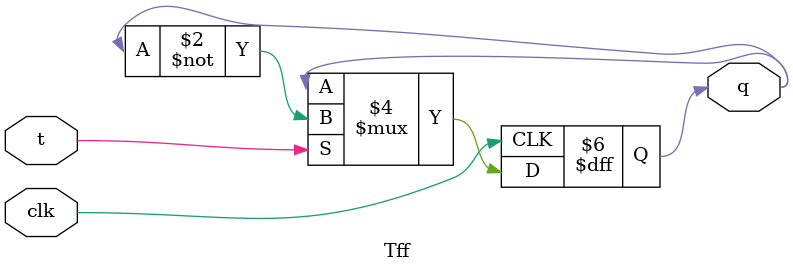
<source format=v>
`timescale 1ns / 1ps


module Tff(
    input t,
    input clk,
    output reg q =1
    );
    
    always @ (posedge clk) begin
    if(t)
        q <= ~q;
    end

endmodule

</source>
